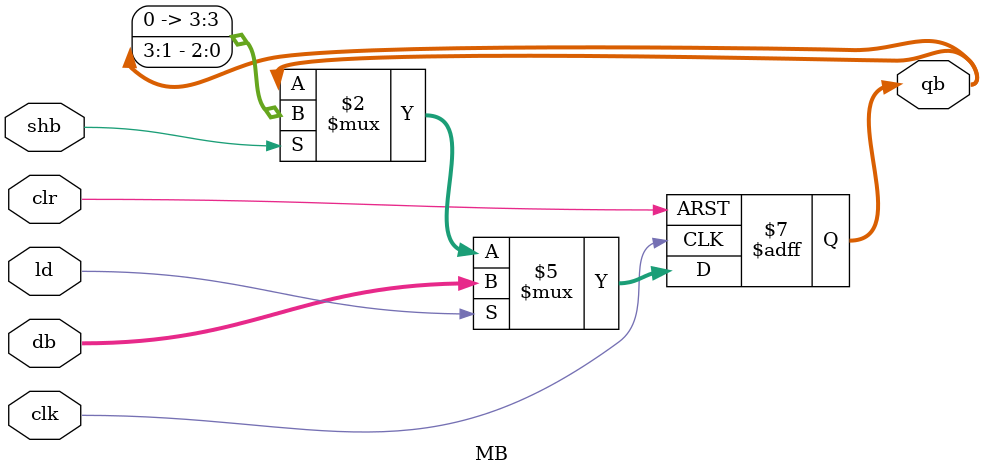
<source format=v>
`timescale 1ns / 1ps


module MB(clk, clr, ld, shb, db, qb);
input        clk, clr, ld, shb;
input [3:0]  db;
output [3:0] qb;

reg    [3:0] qb;

always@(posedge clr or  posedge clk)
begin
    if(clr) qb <= 0;
    else if (ld)
       qb <= db;
    else if (shb)
       qb <= { 1'b0,  qb[3:1] };

       // qb[3] <= 1'b0;
       // qb[2] <= qb[3];
       // qb[1] <= qb[2];
       // qb[0] <= qb[1];

end
endmodule

</source>
